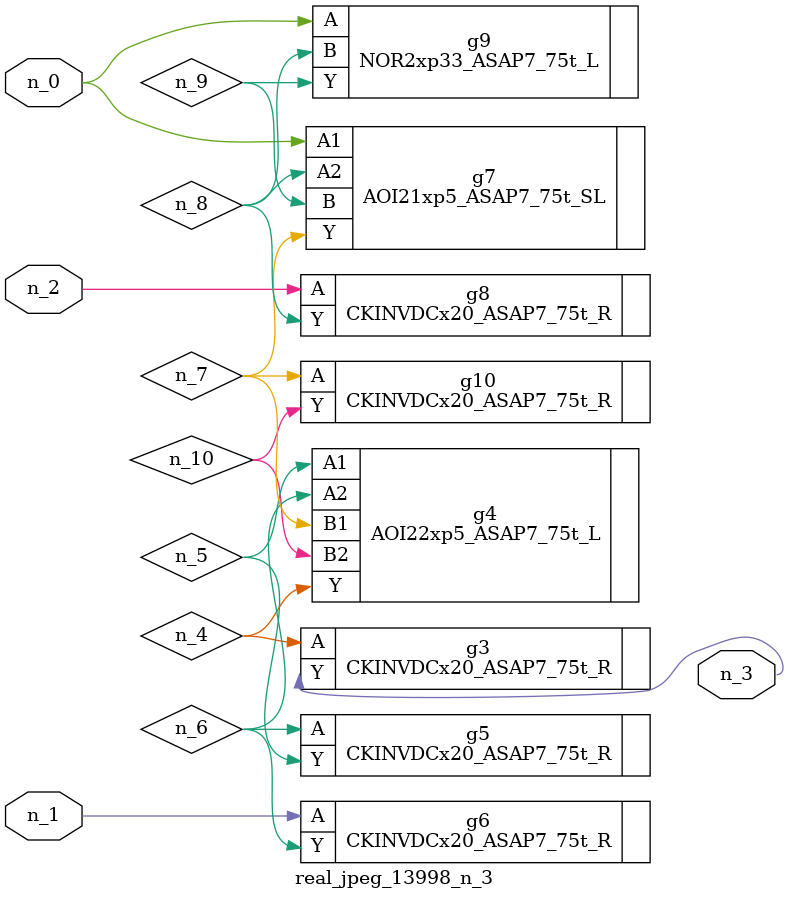
<source format=v>
module real_jpeg_13998_n_3 (n_1, n_0, n_2, n_3);

input n_1;
input n_0;
input n_2;

output n_3;

wire n_5;
wire n_8;
wire n_4;
wire n_6;
wire n_7;
wire n_10;
wire n_9;

AOI21xp5_ASAP7_75t_SL g7 ( 
.A1(n_0),
.A2(n_8),
.B(n_9),
.Y(n_7)
);

NOR2xp33_ASAP7_75t_L g9 ( 
.A(n_0),
.B(n_8),
.Y(n_9)
);

CKINVDCx20_ASAP7_75t_R g6 ( 
.A(n_1),
.Y(n_6)
);

CKINVDCx20_ASAP7_75t_R g8 ( 
.A(n_2),
.Y(n_8)
);

CKINVDCx20_ASAP7_75t_R g3 ( 
.A(n_4),
.Y(n_3)
);

AOI22xp5_ASAP7_75t_L g4 ( 
.A1(n_5),
.A2(n_6),
.B1(n_7),
.B2(n_10),
.Y(n_4)
);

CKINVDCx20_ASAP7_75t_R g5 ( 
.A(n_6),
.Y(n_5)
);

CKINVDCx20_ASAP7_75t_R g10 ( 
.A(n_7),
.Y(n_10)
);


endmodule
</source>
